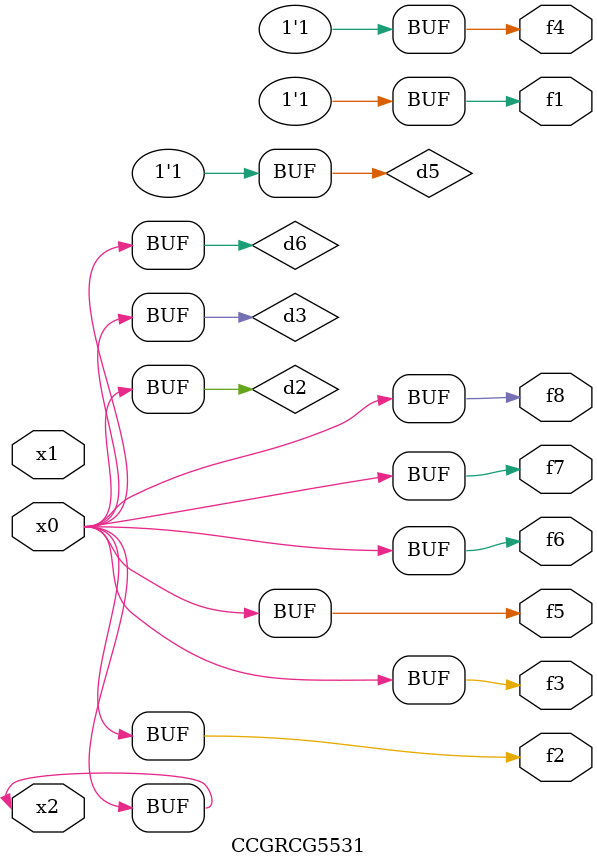
<source format=v>
module CCGRCG5531(
	input x0, x1, x2,
	output f1, f2, f3, f4, f5, f6, f7, f8
);

	wire d1, d2, d3, d4, d5, d6;

	xnor (d1, x2);
	buf (d2, x0, x2);
	and (d3, x0);
	xnor (d4, x1, x2);
	nand (d5, d1, d3);
	buf (d6, d2, d3);
	assign f1 = d5;
	assign f2 = d6;
	assign f3 = d6;
	assign f4 = d5;
	assign f5 = d6;
	assign f6 = d6;
	assign f7 = d6;
	assign f8 = d6;
endmodule

</source>
